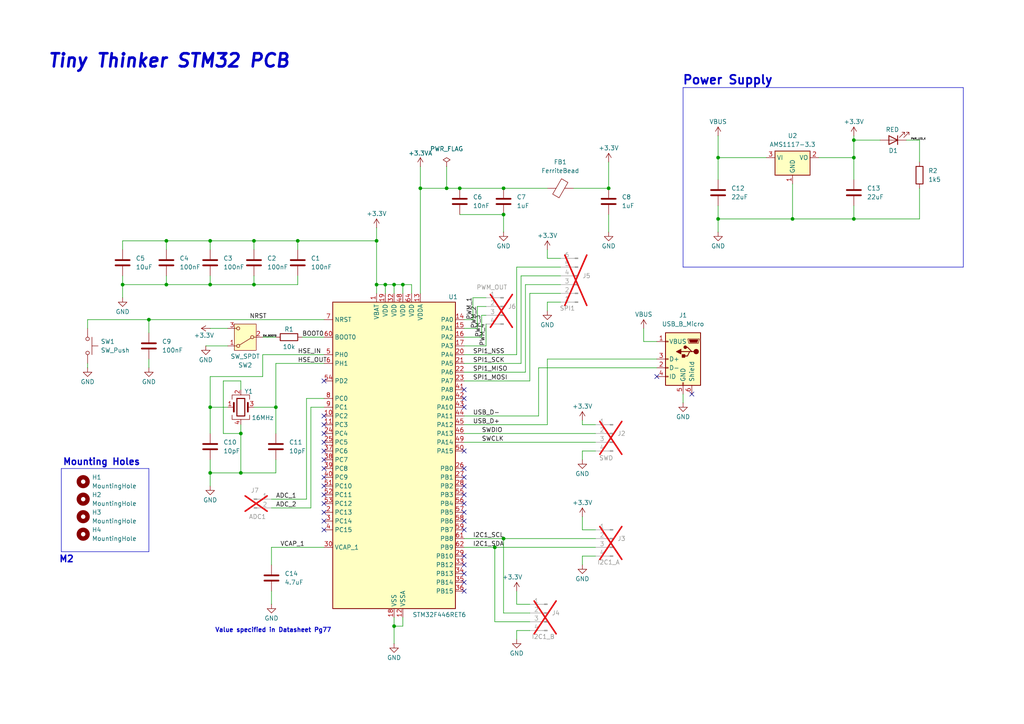
<source format=kicad_sch>
(kicad_sch (version 20250114) (generator "eeschema") (generator_version "9.0")
  (paper "A4")
  (title_block (title "Tiny Thinker") (date "2025-09-05") (rev "0.1") (company "Polar Robotics"))
  (lib_symbols
    (symbol "Connector:Conn_01x02_Pin" (pin_names (offset 1.016) (hide yes))
      (property "Reference" "J" (at 0 2.54 0))
      (property "Value" "Conn_01x02_Pin" (at 0 -5.08 0))
      (symbol "Conn_01x02_Pin_1_1"
        (rectangle (start 0.8636 0.127) (end 0 -0.127) (stroke (width 0.1524)) (fill (type outline)))
        (rectangle (start 0.8636 -2.413) (end 0 -2.667) (stroke (width 0.1524)) (fill (type outline)))
        (polyline (pts (xy 1.27 0) (xy 0.8636 0)) (stroke (width 0.1524)))
        (polyline (pts (xy 1.27 -2.54) (xy 0.8636 -2.54)) (stroke (width 0.1524)))
        (pin passive line (at 5.08 0 180) (length 3.81) (name "Pin_1") (number "1"))
        (pin passive line (at 5.08 -2.54 180) (length 3.81) (name "Pin_2") (number "2"))
      )
    )
    (symbol "Connector:Conn_01x04_Pin" (pin_names (offset 1.016) (hide yes))
      (property "Reference" "J" (at 0 5.08 0))
      (property "Value" "Conn_01x04_Pin" (at 0 -7.62 0))
      (symbol "Conn_01x04_Pin_1_1"
        (rectangle (start 0.8636 2.667) (end 0 2.413) (stroke (width 0.1524)) (fill (type outline)))
        (rectangle (start 0.8636 0.127) (end 0 -0.127) (stroke (width 0.1524)) (fill (type outline)))
        (rectangle (start 0.8636 -2.413) (end 0 -2.667) (stroke (width 0.1524)) (fill (type outline)))
        (rectangle (start 0.8636 -4.953) (end 0 -5.207) (stroke (width 0.1524)) (fill (type outline)))
        (polyline (pts (xy 1.27 2.54) (xy 0.8636 2.54)) (stroke (width 0.1524)))
        (polyline (pts (xy 1.27 0) (xy 0.8636 0)) (stroke (width 0.1524)))
        (polyline (pts (xy 1.27 -2.54) (xy 0.8636 -2.54)) (stroke (width 0.1524)))
        (polyline (pts (xy 1.27 -5.08) (xy 0.8636 -5.08)) (stroke (width 0.1524)))
        (pin passive line (at 5.08 2.54 180) (length 3.81) (name "Pin_1") (number "1"))
        (pin passive line (at 5.08 0 180) (length 3.81) (name "Pin_2") (number "2"))
        (pin passive line (at 5.08 -2.54 180) (length 3.81) (name "Pin_3") (number "3"))
        (pin passive line (at 5.08 -5.08 180) (length 3.81) (name "Pin_4") (number "4"))
      )
    )
    (symbol "Connector:Conn_01x06_Pin" (pin_names (offset 1.016) (hide yes))
      (property "Reference" "J" (at 0 7.62 0))
      (property "Value" "Conn_01x06_Pin" (at 0 -10.16 0))
      (symbol "Conn_01x06_Pin_1_1"
        (rectangle (start 0.8636 5.207) (end 0 4.953) (stroke (width 0.1524)) (fill (type outline)))
        (rectangle (start 0.8636 2.667) (end 0 2.413) (stroke (width 0.1524)) (fill (type outline)))
        (rectangle (start 0.8636 0.127) (end 0 -0.127) (stroke (width 0.1524)) (fill (type outline)))
        (rectangle (start 0.8636 -2.413) (end 0 -2.667) (stroke (width 0.1524)) (fill (type outline)))
        (rectangle (start 0.8636 -4.953) (end 0 -5.207) (stroke (width 0.1524)) (fill (type outline)))
        (rectangle (start 0.8636 -7.493) (end 0 -7.747) (stroke (width 0.1524)) (fill (type outline)))
        (polyline (pts (xy 1.27 5.08) (xy 0.8636 5.08)) (stroke (width 0.1524)))
        (polyline (pts (xy 1.27 2.54) (xy 0.8636 2.54)) (stroke (width 0.1524)))
        (polyline (pts (xy 1.27 0) (xy 0.8636 0)) (stroke (width 0.1524)))
        (polyline (pts (xy 1.27 -2.54) (xy 0.8636 -2.54)) (stroke (width 0.1524)))
        (polyline (pts (xy 1.27 -5.08) (xy 0.8636 -5.08)) (stroke (width 0.1524)))
        (polyline (pts (xy 1.27 -7.62) (xy 0.8636 -7.62)) (stroke (width 0.1524)))
        (pin passive line (at 5.08 5.08 180) (length 3.81) (name "Pin_1") (number "1"))
        (pin passive line (at 5.08 2.54 180) (length 3.81) (name "Pin_2") (number "2"))
        (pin passive line (at 5.08 0 180) (length 3.81) (name "Pin_3") (number "3"))
        (pin passive line (at 5.08 -2.54 180) (length 3.81) (name "Pin_4") (number "4"))
        (pin passive line (at 5.08 -5.08 180) (length 3.81) (name "Pin_5") (number "5"))
        (pin passive line (at 5.08 -7.62 180) (length 3.81) (name "Pin_6") (number "6"))
      )
    )
    (symbol "Connector:USB_B_Micro" (pin_names (offset 1.016))
      (property "Reference" "J" (at -5.08 11.43 0))
      (property "Value" "USB_B_Micro" (at -5.08 8.89 0))
      (symbol "USB_B_Micro_0_1"
        (rectangle (start -5.08 -7.62) (end 5.08 7.62) (stroke (width 0.254)) (fill (type background)))
        (polyline (pts (xy -4.699 5.842) (xy -4.699 5.588) (xy -4.445 4.826) (xy -4.445 4.572) (xy -1.651 4.572) (xy -1.651 4.826) (xy -1.397 5.588) (xy -1.397 5.842) (xy -4.699 5.842)))
        (polyline (pts (xy -4.318 5.588) (xy -1.778 5.588) (xy -2.032 4.826) (xy -4.064 4.826) (xy -4.318 5.588)) (fill (type outline)))
        (circle (center -3.81 2.159) (radius 0.635) (stroke (width 0.254)) (fill (type outline)))
        (polyline (pts (xy -3.175 2.159) (xy -2.54 2.159) (xy -1.27 3.429) (xy -0.635 3.429)) (stroke (width 0.254)))
        (polyline (pts (xy -2.54 2.159) (xy -1.905 2.159) (xy -1.27 0.889) (xy 0 0.889)) (stroke (width 0.254)))
        (polyline (pts (xy -1.905 2.159) (xy 0.635 2.159)) (stroke (width 0.254)))
        (circle (center -0.635 3.429) (radius 0.381) (stroke (width 0.254)) (fill (type outline)))
        (rectangle (start -0.127 -7.62) (end 0.127 -6.858))
        (rectangle (start 0.254 1.27) (end -0.508 0.508) (stroke (width 0.254)) (fill (type outline)))
        (polyline (pts (xy 0.635 2.794) (xy 0.635 1.524) (xy 1.905 2.159) (xy 0.635 2.794)) (stroke (width 0.254)) (fill (type outline)))
        (rectangle (start 5.08 4.953) (end 4.318 5.207))
        (rectangle (start 5.08 -0.127) (end 4.318 0.127))
        (rectangle (start 5.08 -2.667) (end 4.318 -2.413))
        (rectangle (start 5.08 -5.207) (end 4.318 -4.953))
      )
      (symbol "USB_B_Micro_1_1"
        (pin passive line (at -2.54 -10.16 90) (length 2.54) (name "Shield") (number "6"))
        (pin power_out line (at 0 -10.16 90) (length 2.54) (name "GND") (number "5"))
        (pin power_out line (at 7.62 5.08 180) (length 2.54) (name "VBUS") (number "1"))
        (pin bidirectional line (at 7.62 0 180) (length 2.54) (name "D+") (number "3"))
        (pin bidirectional line (at 7.62 -2.54 180) (length 2.54) (name "D-") (number "2"))
        (pin passive line (at 7.62 -5.08 180) (length 2.54) (name "ID") (number "4"))
      )
    )
    (symbol "Device:C" (pin_numbers (hide yes)) (pin_names (offset 0.254))
      (property "Reference" "C" (at 0.635 2.54 0))
      (property "Value" "C" (at 0.635 -2.54 0))
      (symbol "C_0_1"
        (polyline (pts (xy -2.032 0.762) (xy 2.032 0.762)) (stroke (width 0.508)))
        (polyline (pts (xy -2.032 -0.762) (xy 2.032 -0.762)) (stroke (width 0.508)))
      )
      (symbol "C_1_1"
        (pin passive line (at 0 3.81 270) (length 2.794) (name "~") (number "1"))
        (pin passive line (at 0 -3.81 90) (length 2.794) (name "~") (number "2"))
      )
    )
    (symbol "Device:Crystal_GND24" (pin_names (offset 1.016) (hide yes))
      (property "Reference" "Y" (at 3.175 5.08 0))
      (property "Value" "Crystal_GND24" (at 3.175 3.175 0))
      (symbol "Crystal_GND24_0_1"
        (polyline (pts (xy -2.54 2.286) (xy -2.54 3.556) (xy 2.54 3.556) (xy 2.54 2.286)))
        (polyline (pts (xy -2.54 0) (xy -2.032 0)))
        (polyline (pts (xy -2.54 -2.286) (xy -2.54 -3.556) (xy 2.54 -3.556) (xy 2.54 -2.286)))
        (polyline (pts (xy -2.032 -1.27) (xy -2.032 1.27)) (stroke (width 0.508)))
        (rectangle (start -1.143 2.54) (end 1.143 -2.54) (stroke (width 0.3048)))
        (polyline (pts (xy 0 3.556) (xy 0 3.81)))
        (polyline (pts (xy 0 -3.81) (xy 0 -3.556)))
        (polyline (pts (xy 2.032 0) (xy 2.54 0)))
        (polyline (pts (xy 2.032 -1.27) (xy 2.032 1.27)) (stroke (width 0.508)))
      )
      (symbol "Crystal_GND24_1_1"
        (pin passive line (at -3.81 0 0) (length 1.27) (name "1") (number "1"))
        (pin passive line (at 0 5.08 270) (length 1.27) (name "2") (number "2"))
        (pin passive line (at 0 -5.08 90) (length 1.27) (name "4") (number "4"))
        (pin passive line (at 3.81 0 180) (length 1.27) (name "3") (number "3"))
      )
    )
    (symbol "Device:FerriteBead" (pin_numbers (hide yes)) (pin_names (offset 0))
      (property "Reference" "FB" (at -3.81 0.635 90))
      (property "Value" "FerriteBead" (at 3.81 0 90))
      (symbol "FerriteBead_0_1"
        (polyline (pts (xy -2.7686 0.4064) (xy -1.7018 2.2606) (xy 2.7686 -0.3048) (xy 1.6764 -2.159) (xy -2.7686 0.4064)))
        (polyline (pts (xy 0 1.27) (xy 0 1.2954)))
        (polyline (pts (xy 0 -1.27) (xy 0 -1.2192)))
      )
      (symbol "FerriteBead_1_1"
        (pin passive line (at 0 3.81 270) (length 2.54) (name "~") (number "1"))
        (pin passive line (at 0 -3.81 90) (length 2.54) (name "~") (number "2"))
      )
    )
    (symbol "Device:LED" (pin_numbers (hide yes)) (pin_names (offset 1.016) (hide yes))
      (property "Reference" "D" (at 0 2.54 0))
      (property "Value" "LED" (at 0 -2.54 0))
      (symbol "LED_0_1"
        (polyline (pts (xy -3.048 -0.762) (xy -4.572 -2.286) (xy -3.81 -2.286) (xy -4.572 -2.286) (xy -4.572 -1.524)))
        (polyline (pts (xy -1.778 -0.762) (xy -3.302 -2.286) (xy -2.54 -2.286) (xy -3.302 -2.286) (xy -3.302 -1.524)))
        (polyline (pts (xy -1.27 0) (xy 1.27 0)))
        (polyline (pts (xy -1.27 -1.27) (xy -1.27 1.27)) (stroke (width 0.254)))
        (polyline (pts (xy 1.27 -1.27) (xy 1.27 1.27) (xy -1.27 0) (xy 1.27 -1.27)) (stroke (width 0.254)))
      )
      (symbol "LED_1_1"
        (pin passive line (at -3.81 0 0) (length 2.54) (name "K") (number "1"))
        (pin passive line (at 3.81 0 180) (length 2.54) (name "A") (number "2"))
      )
    )
    (symbol "Device:R" (pin_numbers (hide yes)) (pin_names (offset 0))
      (property "Reference" "R" (at 2.032 0 90))
      (property "Value" "R" (at 0 0 90))
      (symbol "R_0_1"
        (rectangle (start -1.016 -2.54) (end 1.016 2.54) (stroke (width 0.254)))
      )
      (symbol "R_1_1"
        (pin passive line (at 0 3.81 270) (length 1.27) (name "~") (number "1"))
        (pin passive line (at 0 -3.81 90) (length 1.27) (name "~") (number "2"))
      )
    )
    (symbol "MCU_ST_STM32F4:STM32F446RETx"
      (property "Reference" "U" (at -17.78 46.99 0))
      (property "Value" "STM32F446RETx" (at 10.16 46.99 0))
      (symbol "STM32F446RETx_0_1"
        (rectangle (start -17.78 -43.18) (end 17.78 45.72) (stroke (width 0.254)) (fill (type background)))
      )
      (symbol "STM32F446RETx_1_1"
        (pin input line (at -20.32 40.64 0) (length 2.54) (name "NRST") (number "7"))
        (pin input line (at -20.32 35.56 0) (length 2.54) (name "BOOT0") (number "60"))
        (pin bidirectional line (at -20.32 30.48 0) (length 2.54) (name "PH0") (number "5"))
        (pin bidirectional line (at -20.32 27.94 0) (length 2.54) (name "PH1") (number "6"))
        (pin bidirectional line (at -20.32 22.86 0) (length 2.54) (name "PD2") (number "54"))
        (pin bidirectional line (at -20.32 17.78 0) (length 2.54) (name "PC0") (number "8"))
        (pin bidirectional line (at -20.32 15.24 0) (length 2.54) (name "PC1") (number "9"))
        (pin bidirectional line (at -20.32 12.7 0) (length 2.54) (name "PC2") (number "10"))
        (pin bidirectional line (at -20.32 10.16 0) (length 2.54) (name "PC3") (number "11"))
        (pin bidirectional line (at -20.32 7.62 0) (length 2.54) (name "PC4") (number "24"))
        (pin bidirectional line (at -20.32 5.08 0) (length 2.54) (name "PC5") (number "25"))
        (pin bidirectional line (at -20.32 2.54 0) (length 2.54) (name "PC6") (number "37"))
        (pin bidirectional line (at -20.32 0 0) (length 2.54) (name "PC7") (number "38"))
        (pin bidirectional line (at -20.32 -2.54 0) (length 2.54) (name "PC8") (number "39"))
        (pin bidirectional line (at -20.32 -5.08 0) (length 2.54) (name "PC9") (number "40"))
        (pin bidirectional line (at -20.32 -7.62 0) (length 2.54) (name "PC10") (number "51"))
        (pin bidirectional line (at -20.32 -10.16 0) (length 2.54) (name "PC11") (number "52"))
        (pin bidirectional line (at -20.32 -12.7 0) (length 2.54) (name "PC12") (number "53"))
        (pin bidirectional line (at -20.32 -15.24 0) (length 2.54) (name "PC13") (number "2"))
        (pin bidirectional line (at -20.32 -17.78 0) (length 2.54) (name "PC14") (number "3"))
        (pin bidirectional line (at -20.32 -20.32 0) (length 2.54) (name "PC15") (number "4"))
        (pin power_out line (at -20.32 -25.4 0) (length 2.54) (name "VCAP_1") (number "30"))
        (pin power_in line (at -5.08 48.26 270) (length 2.54) (name "VBAT") (number "1"))
        (pin power_in line (at -2.54 48.26 270) (length 2.54) (name "VDD") (number "19"))
        (pin power_in line (at 0 48.26 270) (length 2.54) (name "VDD") (number "32"))
        (pin power_in line (at 0 -45.72 90) (length 2.54) (name "VSS") (number "18"))
        (pin passive line (at 0 -45.72 90) (length 2.54) (hide yes) (name "VSS") (number "31"))
        (pin passive line (at 0 -45.72 90) (length 2.54) (hide yes) (name "VSS") (number "47"))
        (pin passive line (at 0 -45.72 90) (length 2.54) (hide yes) (name "VSS") (number "63"))
        (pin power_in line (at 2.54 48.26 270) (length 2.54) (name "VDD") (number "48"))
        (pin power_in line (at 2.54 -45.72 90) (length 2.54) (name "VSSA") (number "12"))
        (pin power_in line (at 5.08 48.26 270) (length 2.54) (name "VDD") (number "64"))
        (pin power_in line (at 7.62 48.26 270) (length 2.54) (name "VDDA") (number "13"))
        (pin bidirectional line (at 20.32 40.64 180) (length 2.54) (name "PA0") (number "14"))
        (pin bidirectional line (at 20.32 38.1 180) (length 2.54) (name "PA1") (number "15"))
        (pin bidirectional line (at 20.32 35.56 180) (length 2.54) (name "PA2") (number "16"))
        (pin bidirectional line (at 20.32 33.02 180) (length 2.54) (name "PA3") (number "17"))
        (pin bidirectional line (at 20.32 30.48 180) (length 2.54) (name "PA4") (number "20"))
        (pin bidirectional line (at 20.32 27.94 180) (length 2.54) (name "PA5") (number "21"))
        (pin bidirectional line (at 20.32 25.4 180) (length 2.54) (name "PA6") (number "22"))
        (pin bidirectional line (at 20.32 22.86 180) (length 2.54) (name "PA7") (number "23"))
        (pin bidirectional line (at 20.32 20.32 180) (length 2.54) (name "PA8") (number "41"))
        (pin bidirectional line (at 20.32 17.78 180) (length 2.54) (name "PA9") (number "42"))
        (pin bidirectional line (at 20.32 15.24 180) (length 2.54) (name "PA10") (number "43"))
        (pin bidirectional line (at 20.32 12.7 180) (length 2.54) (name "PA11") (number "44"))
        (pin bidirectional line (at 20.32 10.16 180) (length 2.54) (name "PA12") (number "45"))
        (pin bidirectional line (at 20.32 7.62 180) (length 2.54) (name "PA13") (number "46"))
        (pin bidirectional line (at 20.32 5.08 180) (length 2.54) (name "PA14") (number "49"))
        (pin bidirectional line (at 20.32 2.54 180) (length 2.54) (name "PA15") (number "50"))
        (pin bidirectional line (at 20.32 -2.54 180) (length 2.54) (name "PB0") (number "26"))
        (pin bidirectional line (at 20.32 -5.08 180) (length 2.54) (name "PB1") (number "27"))
        (pin bidirectional line (at 20.32 -7.62 180) (length 2.54) (name "PB2") (number "28"))
        (pin bidirectional line (at 20.32 -10.16 180) (length 2.54) (name "PB3") (number "55"))
        (pin bidirectional line (at 20.32 -12.7 180) (length 2.54) (name "PB4") (number "56"))
        (pin bidirectional line (at 20.32 -15.24 180) (length 2.54) (name "PB5") (number "57"))
        (pin bidirectional line (at 20.32 -17.78 180) (length 2.54) (name "PB6") (number "58"))
        (pin bidirectional line (at 20.32 -20.32 180) (length 2.54) (name "PB7") (number "59"))
        (pin bidirectional line (at 20.32 -22.86 180) (length 2.54) (name "PB8") (number "61"))
        (pin bidirectional line (at 20.32 -25.4 180) (length 2.54) (name "PB9") (number "62"))
        (pin bidirectional line (at 20.32 -27.94 180) (length 2.54) (name "PB10") (number "29"))
        (pin bidirectional line (at 20.32 -30.48 180) (length 2.54) (name "PB12") (number "33"))
        (pin bidirectional line (at 20.32 -33.02 180) (length 2.54) (name "PB13") (number "34"))
        (pin bidirectional line (at 20.32 -35.56 180) (length 2.54) (name "PB14") (number "35"))
        (pin bidirectional line (at 20.32 -38.1 180) (length 2.54) (name "PB15") (number "36"))
      )
    )
    (symbol "Mechanical:MountingHole" (pin_names (offset 1.016)) (in_bom no)
      (property "Reference" "H" (at 0 5.08 0))
      (property "Value" "MountingHole" (at 0 3.175 0))
      (symbol "MountingHole_0_1"
        (circle (center 0 0) (radius 1.27) (stroke (width 1.27)))
      )
    )
    (symbol "Regulator_Linear:AMS1117-3.3"
      (property "Reference" "U" (at -3.81 3.175 0))
      (property "Value" "AMS1117-3.3" (at 0 3.175 0))
      (symbol "AMS1117-3.3_0_1"
        (rectangle (start -5.08 -5.08) (end 5.08 1.905) (stroke (width 0.254)) (fill (type background)))
      )
      (symbol "AMS1117-3.3_1_1"
        (pin power_in line (at -7.62 0 0) (length 2.54) (name "VI") (number "3"))
        (pin power_in line (at 0 -7.62 90) (length 2.54) (name "GND") (number "1"))
        (pin power_out line (at 7.62 0 180) (length 2.54) (name "VO") (number "2"))
      )
    )
    (symbol "Switch:SW_Push" (pin_numbers (hide yes)) (pin_names (offset 1.016) (hide yes))
      (property "Reference" "SW" (at 1.27 2.54 0))
      (property "Value" "SW_Push" (at 0 -1.524 0))
      (symbol "SW_Push_0_1"
        (circle (center -2.032 0) (radius 0.508))
        (polyline (pts (xy 0 1.27) (xy 0 3.048)))
        (circle (center 2.032 0) (radius 0.508))
        (polyline (pts (xy 2.54 1.27) (xy -2.54 1.27)))
        (pin passive line (at -5.08 0 0) (length 2.54) (name "1") (number "1"))
        (pin passive line (at 5.08 0 180) (length 2.54) (name "2") (number "2"))
      )
    )
    (symbol "Switch:SW_SPDT" (pin_names (offset 0) (hide yes))
      (property "Reference" "SW" (at 0 5.08 0))
      (property "Value" "SW_SPDT" (at 0 -5.08 0))
      (symbol "SW_SPDT_0_1"
        (circle (center -2.032 0) (radius 0.4572))
        (polyline (pts (xy -1.651 0.254) (xy 1.651 2.286)))
        (circle (center 2.032 2.54) (radius 0.4572))
        (circle (center 2.032 -2.54) (radius 0.4572))
      )
      (symbol "SW_SPDT_1_1"
        (rectangle (start -3.175 3.81) (end 3.175 -3.81) (fill (type background)))
        (pin passive line (at -5.08 0 0) (length 2.54) (name "B") (number "2"))
        (pin passive line (at 5.08 2.54 180) (length 2.54) (name "A") (number "1"))
        (pin passive line (at 5.08 -2.54 180) (length 2.54) (name "C") (number "3"))
      )
    )
    (symbol "power:+3.3V" (power) (pin_numbers (hide yes)) (pin_names (offset 0) (hide yes))
      (property "Value" "+3.3V" (at 0 3.556 0))
      (symbol "+3.3V_0_1"
        (polyline (pts (xy -0.762 1.27) (xy 0 2.54)))
        (polyline (pts (xy 0 2.54) (xy 0.762 1.27)))
        (polyline (pts (xy 0 0) (xy 0 2.54)))
      )
      (symbol "+3.3V_1_1"
        (pin power_in line (at 0 0 90) (length 0) (name "~") (number "1"))
      )
    )
    (symbol "power:+3.3VA" (power) (pin_numbers (hide yes)) (pin_names (offset 0) (hide yes))
      (property "Value" "+3.3VA" (at 0 3.556 0))
      (symbol "+3.3VA_0_1"
        (polyline (pts (xy -0.762 1.27) (xy 0 2.54)))
        (polyline (pts (xy 0 2.54) (xy 0.762 1.27)))
        (polyline (pts (xy 0 0) (xy 0 2.54)))
      )
      (symbol "+3.3VA_1_1"
        (pin power_in line (at 0 0 90) (length 0) (name "~") (number "1"))
      )
    )
    (symbol "power:GND" (power) (pin_numbers (hide yes)) (pin_names (offset 0) (hide yes))
      (property "Value" "GND" (at 0 -3.81 0))
      (symbol "GND_0_1"
        (polyline (pts (xy 0 0) (xy 0 -1.27) (xy 1.27 -1.27) (xy 0 -2.54) (xy -1.27 -1.27) (xy 0 -1.27)))
      )
      (symbol "GND_1_1"
        (pin power_in line (at 0 0 270) (length 0) (name "~") (number "1"))
      )
    )
    (symbol "power:PWR_FLAG" (power) (pin_numbers (hide yes)) (pin_names (offset 0) (hide yes))
      (property "Value" "PWR_FLAG" (at 0 3.81 0))
      (symbol "PWR_FLAG_0_0"
        (pin power_out line (at 0 0 90) (length 0) (name "~") (number "1"))
      )
      (symbol "PWR_FLAG_0_1"
        (polyline (pts (xy 0 0) (xy 0 1.27) (xy -1.016 1.905) (xy 0 2.54) (xy 1.016 1.905) (xy 0 1.27)))
      )
    )
    (symbol "power:VBUS" (power) (pin_numbers (hide yes)) (pin_names (offset 0) (hide yes))
      (property "Value" "VBUS" (at 0 3.556 0))
      (symbol "VBUS_0_1"
        (polyline (pts (xy -0.762 1.27) (xy 0 2.54)))
        (polyline (pts (xy 0 2.54) (xy 0.762 1.27)))
        (polyline (pts (xy 0 0) (xy 0 2.54)))
      )
      (symbol "VBUS_1_1"
        (pin power_in line (at 0 0 90) (length 0) (name "~") (number "1"))
      )
    )
  )
  (text "Tiny Thinker STM32 PCB\n" (at 49.022 17.78 0) (effects (font (size 3.81 3.81) (thickness 0.762) (bold yes) (italic yes))))
  (text "Mounting Holes" (at 29.464 134.112 0) (effects (font (size 1.905 1.905) (thickness 0.381) (bold yes))))
  (text "Value specified in Datasheet Pg77\n" (at 79.248 182.88 0) (effects (font (size 1.27 1.27) (thickness 0.254) (bold yes))))
  (text "M2" (at 19.304 162.306 0) (effects (font (size 1.905 1.905) (thickness 0.381) (bold yes))))
  (text "Power Supply\n" (at 211.074 23.368 0) (effects (font (size 2.54 2.54) (thickness 0.508) (bold yes))))
  (junction (at 116.84 82.55))
  (junction (at 48.26 69.85))
  (junction (at 111.76 82.55))
  (junction (at 129.54 54.61))
  (junction (at 133.35 54.61))
  (junction (at 121.92 54.61))
  (junction (at 43.18 92.71))
  (junction (at 109.22 82.55))
  (junction (at 247.65 45.72))
  (junction (at 143.51 158.75))
  (junction (at 69.85 125.73))
  (junction (at 60.96 69.85))
  (junction (at 86.36 69.85))
  (junction (at 73.66 69.85))
  (junction (at 60.96 137.16))
  (junction (at 80.01 118.11))
  (junction (at 60.96 118.11))
  (junction (at 208.28 63.5))
  (junction (at 146.05 54.61))
  (junction (at 146.05 62.23))
  (junction (at 35.56 82.55))
  (junction (at 114.3 181.61))
  (junction (at 73.66 82.55))
  (junction (at 60.96 82.55))
  (junction (at 229.87 63.5))
  (junction (at 247.65 63.5))
  (junction (at 146.05 156.21))
  (junction (at 109.22 69.85))
  (junction (at 247.65 40.64))
  (junction (at 208.28 45.72))
  (junction (at 114.3 82.55))
  (junction (at 176.53 54.61))
  (junction (at 48.26 82.55))
  (junction (at 69.85 137.16))
  (no_connect (at 93.98 120.65))
  (no_connect (at 200.66 114.3))
  (no_connect (at 134.62 140.97))
  (no_connect (at 134.62 166.37))
  (no_connect (at 134.62 115.57))
  (no_connect (at 93.98 128.27))
  (no_connect (at 93.98 148.59))
  (no_connect (at 93.98 133.35))
  (no_connect (at 134.62 153.67))
  (no_connect (at 134.62 146.05))
  (no_connect (at 93.98 125.73))
  (no_connect (at 134.62 130.81))
  (no_connect (at 93.98 151.13))
  (no_connect (at 134.62 168.91))
  (no_connect (at 134.62 135.89))
  (no_connect (at 134.62 151.13))
  (no_connect (at 134.62 118.11))
  (no_connect (at 134.62 138.43))
  (no_connect (at 93.98 138.43))
  (no_connect (at 93.98 143.51))
  (no_connect (at 93.98 135.89))
  (no_connect (at 190.5 109.22))
  (no_connect (at 93.98 153.67))
  (no_connect (at 93.98 146.05))
  (no_connect (at 134.62 143.51))
  (no_connect (at 93.98 110.49))
  (no_connect (at 134.62 171.45))
  (no_connect (at 134.62 161.29))
  (no_connect (at 134.62 113.03))
  (no_connect (at 93.98 123.19))
  (no_connect (at 93.98 130.81))
  (no_connect (at 134.62 163.83))
  (no_connect (at 134.62 148.59))
  (no_connect (at 93.98 140.97))
  (wire (pts (xy 60.96 69.85) (xy 60.96 72.39)))
  (wire (pts (xy 156.21 106.68) (xy 156.21 120.65)))
  (wire (pts (xy 151.13 105.41) (xy 151.13 80.01)))
  (wire (pts (xy 114.3 179.07) (xy 114.3 181.61)))
  (wire (pts (xy 111.76 82.55) (xy 114.3 82.55)))
  (wire (pts (xy 168.91 121.92) (xy 168.91 123.19)))
  (wire (pts (xy 168.91 153.67) (xy 172.72 153.67)))
  (wire (pts (xy 43.18 92.71) (xy 93.98 92.71)))
  (wire (pts (xy 69.85 125.73) (xy 69.85 137.16)))
  (wire (pts (xy 76.2 102.87) (xy 76.2 109.22)))
  (wire (pts (xy 146.05 62.23) (xy 146.05 67.31)))
  (wire (pts (xy 190.5 104.14) (xy 158.75 104.14)))
  (wire (pts (xy 69.85 113.03) (xy 69.85 110.49)))
  (wire (pts (xy 151.13 80.01) (xy 162.56 80.01)))
  (wire (pts (xy 60.96 82.55) (xy 48.26 82.55)))
  (wire (pts (xy 116.84 179.07) (xy 116.84 181.61)))
  (wire (pts (xy 134.62 123.19) (xy 158.75 123.19)))
  (wire (pts (xy 116.84 82.55) (xy 119.38 82.55)))
  (wire (pts (xy 80.01 133.35) (xy 80.01 137.16)))
  (wire (pts (xy 60.96 69.85) (xy 73.66 69.85)))
  (wire (pts (xy 60.96 118.11) (xy 66.04 118.11)))
  (wire (pts (xy 59.69 100.33) (xy 66.04 100.33)))
  (wire (pts (xy 60.96 95.25) (xy 66.04 95.25)))
  (wire (pts (xy 266.7 54.61) (xy 266.7 63.5)))
  (wire (pts (xy 247.65 40.64) (xy 247.65 45.72)))
  (wire (pts (xy 134.62 107.95) (xy 152.4 107.95)))
  (wire (pts (xy 158.75 72.39) (xy 158.75 74.93)))
  (wire (pts (xy 73.66 80.01) (xy 73.66 82.55)))
  (wire (pts (xy 109.22 82.55) (xy 109.22 85.09)))
  (wire (pts (xy 129.54 48.26) (xy 129.54 54.61)))
  (wire (pts (xy 262.89 40.64) (xy 266.7 40.64)))
  (wire (pts (xy 73.66 69.85) (xy 73.66 72.39)))
  (wire (pts (xy 116.84 82.55) (xy 116.84 85.09)))
  (wire (pts (xy 109.22 69.85) (xy 109.22 82.55)))
  (wire (pts (xy 134.62 158.75) (xy 143.51 158.75)))
  (wire (pts (xy 133.35 54.61) (xy 146.05 54.61)))
  (wire (pts (xy 35.56 69.85) (xy 48.26 69.85)))
  (wire (pts (xy 88.9 115.57) (xy 93.98 115.57)))
  (wire (pts (xy 76.2 102.87) (xy 93.98 102.87)))
  (wire (pts (xy 76.2 109.22) (xy 60.96 109.22)))
  (wire (pts (xy 25.4 105.41) (xy 25.4 106.68)))
  (wire (pts (xy 247.65 39.37) (xy 247.65 40.64)))
  (wire (pts (xy 156.21 106.68) (xy 190.5 106.68)))
  (wire (pts (xy 64.77 125.73) (xy 69.85 125.73)))
  (wire (pts (xy 80.01 105.41) (xy 93.98 105.41)))
  (wire (pts (xy 134.62 100.33) (xy 140.97 100.33)))
  (wire (pts (xy 60.96 137.16) (xy 69.85 137.16)))
  (wire (pts (xy 121.92 48.26) (xy 121.92 54.61)))
  (wire (pts (xy 129.54 54.61) (xy 133.35 54.61)))
  (polyline (pts (xy 17.78 135.89) (xy 43.18 135.89)))
  (wire (pts (xy 80.01 118.11) (xy 80.01 125.73)))
  (wire (pts (xy 168.91 123.19) (xy 172.72 123.19)))
  (wire (pts (xy 158.75 104.14) (xy 158.75 123.19)))
  (wire (pts (xy 247.65 40.64) (xy 255.27 40.64)))
  (wire (pts (xy 116.84 181.61) (xy 114.3 181.61)))
  (wire (pts (xy 73.66 82.55) (xy 60.96 82.55)))
  (wire (pts (xy 134.62 102.87) (xy 149.86 102.87)))
  (wire (pts (xy 111.76 82.55) (xy 111.76 85.09)))
  (wire (pts (xy 48.26 69.85) (xy 48.26 72.39)))
  (wire (pts (xy 60.96 109.22) (xy 60.96 118.11)))
  (wire (pts (xy 176.53 62.23) (xy 176.53 67.31)))
  (wire (pts (xy 60.96 133.35) (xy 60.96 137.16)))
  (wire (pts (xy 162.56 87.63) (xy 158.75 87.63)))
  (wire (pts (xy 86.36 69.85) (xy 109.22 69.85)))
  (wire (pts (xy 114.3 82.55) (xy 116.84 82.55)))
  (wire (pts (xy 43.18 92.71) (xy 25.4 92.71)))
  (wire (pts (xy 25.4 92.71) (xy 25.4 95.25)))
  (wire (pts (xy 172.72 161.29) (xy 168.91 161.29)))
  (wire (pts (xy 168.91 130.81) (xy 172.72 130.81)))
  (wire (pts (xy 114.3 82.55) (xy 114.3 85.09)))
  (wire (pts (xy 134.62 156.21) (xy 146.05 156.21)))
  (polyline (pts (xy 43.18 160.02) (xy 43.18 135.89)))
  (wire (pts (xy 149.86 77.47) (xy 162.56 77.47)))
  (wire (pts (xy 90.17 147.32) (xy 78.74 147.32)))
  (wire (pts (xy 149.86 175.26) (xy 153.67 175.26)))
  (polyline (pts (xy 279.4 77.47) (xy 279.4 25.4)))
  (wire (pts (xy 121.92 54.61) (xy 129.54 54.61)))
  (wire (pts (xy 229.87 63.5) (xy 208.28 63.5)))
  (polyline (pts (xy 198.12 25.4) (xy 279.4 25.4)))
  (wire (pts (xy 139.7 97.79) (xy 139.7 91.44)))
  (wire (pts (xy 168.91 133.35) (xy 168.91 130.81)))
  (wire (pts (xy 134.62 97.79) (xy 139.7 97.79)))
  (wire (pts (xy 86.36 72.39) (xy 86.36 69.85)))
  (wire (pts (xy 60.96 80.01) (xy 60.96 82.55)))
  (wire (pts (xy 69.85 110.49) (xy 64.77 110.49)))
  (wire (pts (xy 73.66 69.85) (xy 86.36 69.85)))
  (wire (pts (xy 64.77 110.49) (xy 64.77 125.73)))
  (wire (pts (xy 266.7 40.64) (xy 266.7 46.99)))
  (wire (pts (xy 247.65 45.72) (xy 247.65 52.07)))
  (wire (pts (xy 69.85 137.16) (xy 80.01 137.16)))
  (wire (pts (xy 146.05 54.61) (xy 158.75 54.61)))
  (wire (pts (xy 78.74 171.45) (xy 78.74 175.26)))
  (wire (pts (xy 152.4 82.55) (xy 162.56 82.55)))
  (wire (pts (xy 78.74 158.75) (xy 78.74 163.83)))
  (wire (pts (xy 80.01 105.41) (xy 80.01 118.11)))
  (wire (pts (xy 266.7 63.5) (xy 247.65 63.5)))
  (wire (pts (xy 146.05 177.8) (xy 146.05 156.21)))
  (wire (pts (xy 43.18 92.71) (xy 43.18 96.52)))
  (wire (pts (xy 87.63 97.79) (xy 93.98 97.79)))
  (wire (pts (xy 138.43 95.25) (xy 138.43 88.9)))
  (wire (pts (xy 198.12 114.3) (xy 198.12 116.84)))
  (wire (pts (xy 73.66 118.11) (xy 80.01 118.11)))
  (wire (pts (xy 76.2 97.79) (xy 80.01 97.79)))
  (wire (pts (xy 153.67 177.8) (xy 146.05 177.8)))
  (wire (pts (xy 208.28 39.37) (xy 208.28 45.72)))
  (wire (pts (xy 93.98 118.11) (xy 90.17 118.11)))
  (wire (pts (xy 140.97 100.33) (xy 140.97 93.98)))
  (wire (pts (xy 48.26 80.01) (xy 48.26 82.55)))
  (wire (pts (xy 156.21 120.65) (xy 134.62 120.65)))
  (polyline (pts (xy 17.78 135.89) (xy 17.78 160.02)))
  (wire (pts (xy 237.49 45.72) (xy 247.65 45.72)))
  (wire (pts (xy 137.16 92.71) (xy 137.16 86.36)))
  (wire (pts (xy 134.62 110.49) (xy 153.67 110.49)))
  (wire (pts (xy 121.92 54.61) (xy 121.92 85.09)))
  (wire (pts (xy 153.67 85.09) (xy 162.56 85.09)))
  (wire (pts (xy 88.9 144.78) (xy 88.9 115.57)))
  (wire (pts (xy 133.35 62.23) (xy 146.05 62.23)))
  (wire (pts (xy 208.28 59.69) (xy 208.28 63.5)))
  (wire (pts (xy 208.28 63.5) (xy 208.28 67.31)))
  (wire (pts (xy 48.26 69.85) (xy 60.96 69.85)))
  (wire (pts (xy 149.86 102.87) (xy 149.86 77.47)))
  (wire (pts (xy 43.18 104.14) (xy 43.18 106.68)))
  (wire (pts (xy 149.86 171.45) (xy 149.86 175.26)))
  (polyline (pts (xy 17.78 160.02) (xy 43.18 160.02)))
  (wire (pts (xy 35.56 72.39) (xy 35.56 69.85)))
  (wire (pts (xy 152.4 107.95) (xy 152.4 82.55)))
  (wire (pts (xy 186.69 99.06) (xy 190.5 99.06)))
  (wire (pts (xy 138.43 88.9) (xy 140.97 88.9)))
  (wire (pts (xy 186.69 95.25) (xy 186.69 99.06)))
  (wire (pts (xy 153.67 180.34) (xy 143.51 180.34)))
  (wire (pts (xy 143.51 180.34) (xy 143.51 158.75)))
  (wire (pts (xy 158.75 74.93) (xy 162.56 74.93)))
  (wire (pts (xy 208.28 45.72) (xy 208.28 52.07)))
  (wire (pts (xy 149.86 182.88) (xy 149.86 185.42)))
  (polyline (pts (xy 198.12 77.47) (xy 279.4 77.47)) (stroke (width 0) (type solid)))
  (wire (pts (xy 222.25 45.72) (xy 208.28 45.72)))
  (wire (pts (xy 114.3 181.61) (xy 114.3 186.69)))
  (wire (pts (xy 60.96 137.16) (xy 60.96 140.97)))
  (wire (pts (xy 78.74 144.78) (xy 88.9 144.78)))
  (wire (pts (xy 168.91 149.86) (xy 168.91 153.67)))
  (wire (pts (xy 176.53 46.99) (xy 176.53 54.61)))
  (wire (pts (xy 146.05 156.21) (xy 172.72 156.21)))
  (wire (pts (xy 86.36 80.01) (xy 86.36 82.55)))
  (wire (pts (xy 90.17 118.11) (xy 90.17 147.32)))
  (wire (pts (xy 139.7 91.44) (xy 140.97 91.44)))
  (wire (pts (xy 247.65 59.69) (xy 247.65 63.5)))
  (wire (pts (xy 166.37 54.61) (xy 176.53 54.61)))
  (wire (pts (xy 134.62 92.71) (xy 137.16 92.71)))
  (wire (pts (xy 35.56 80.01) (xy 35.56 82.55)))
  (wire (pts (xy 109.22 66.04) (xy 109.22 69.85)))
  (wire (pts (xy 229.87 53.34) (xy 229.87 63.5)))
  (wire (pts (xy 86.36 82.55) (xy 73.66 82.55)))
  (wire (pts (xy 134.62 128.27) (xy 172.72 128.27)))
  (wire (pts (xy 168.91 161.29) (xy 168.91 163.83)))
  (wire (pts (xy 143.51 158.75) (xy 172.72 158.75)))
  (wire (pts (xy 247.65 63.5) (xy 229.87 63.5)))
  (wire (pts (xy 119.38 82.55) (xy 119.38 85.09)))
  (wire (pts (xy 158.75 87.63) (xy 158.75 90.17)))
  (wire (pts (xy 137.16 86.36) (xy 140.97 86.36)))
  (wire (pts (xy 35.56 82.55) (xy 35.56 86.36)))
  (wire (pts (xy 93.98 158.75) (xy 78.74 158.75)))
  (wire (pts (xy 134.62 105.41) (xy 151.13 105.41)))
  (wire (pts (xy 60.96 118.11) (xy 60.96 125.73)))
  (wire (pts (xy 153.67 110.49) (xy 153.67 85.09)))
  (wire (pts (xy 109.22 82.55) (xy 111.76 82.55)))
  (wire (pts (xy 153.67 182.88) (xy 149.86 182.88)))
  (wire (pts (xy 48.26 82.55) (xy 35.56 82.55)))
  (wire (pts (xy 134.62 95.25) (xy 138.43 95.25)))
  (polyline (pts (xy 198.12 25.4) (xy 198.12 77.47)))
  (wire (pts (xy 134.62 125.73) (xy 172.72 125.73)))
  (wire (pts (xy 69.85 125.73) (xy 69.85 123.19)))
  (label "I2C1_SDA" (at 137.16 158.75 0))
  (label "SWCLK" (at 139.7 128.27 0))
  (label "HSE_OUT" (at 86.36 105.41 0))
  (label "SPI1_MOSI" (at 137.16 110.49 0))
  (label "BOOT0" (at 87.63 97.79 0))
  (label "SW_BOOT0" (at 76.2 97.79 0) (effects (font (size 0.508 0.508))))
  (label "SPI1_NSS" (at 137.16 102.87 0))
  (label "ADC_1" (at 80.01 144.78 0))
  (label "SPI1_SCK" (at 137.16 105.41 0))
  (label "PWM_2" (at 138.43 95.25 90))
  (label "SPI1_MISO" (at 137.16 107.95 0))
  (label "PWM_3" (at 139.7 97.79 90))
  (label "USB_D-" (at 137.16 120.65 0))
  (label "HSE_IN" (at 86.36 102.87 0))
  (label "NRST" (at 72.39 92.71 0))
  (label "PWM_1" (at 137.16 92.71 90))
  (label "PWM_4" (at 140.97 100.33 90))
  (label "ADC_2" (at 80.01 147.32 0))
  (label "SWDIO" (at 139.7 125.73 0))
  (label "I2C1_SCL" (at 137.16 156.21 0))
  (label "VCAP_1" (at 81.28 158.75 0))
  (label "USB_D+" (at 137.16 123.19 0))
  (label "PWR_LED_K" (at 264.16 40.64 0) (effects (font (size 0.508 0.508))))
  (symbol (lib_id "power:GND") (at 35.56 86.36 0) (unit 1)
    (property "Reference" "#PWR03" (effects (hide yes)))
    (property "Value" "GND" (at 35.56 90.424 0))
    (property "Description" "Power symbol creates a global label with name \"GND\" , ground" (effects (hide yes)))
  )
  (symbol (lib_id "Regulator_Linear:AMS1117-3.3") (at 229.87 45.72 0) (unit 1)
    (property "Reference" "U2" (at 229.87 39.37 0))
    (property "Value" "AMS1117-3.3" (at 229.87 41.91 0))
    (property "Footprint" "Package_TO_SOT_SMD:SOT-223-3_TabPin2" (effects (hide yes)))
    (property "Datasheet" "http://www.advanced-monolithic.com/pdf/ds1117.pdf" (effects (hide yes)))
    (property "Description" "1A Low Dropout regulator, positive, 3.3V fixed output, SOT-223" (effects (hide yes)))
    (property "JLCPCB Part #" "C6186" (effects (hide yes)))
  )
  (symbol (lib_id "Device:C") (at 208.28 55.88 0) (unit 1)
    (property "Reference" "C12" (at 212.09 54.6099 0) (effects (justify left)))
    (property "Value" "22uF" (at 212.09 57.1499 0) (effects (justify left)))
    (property "Footprint" "Capacitor_SMD:C_0805_2012Metric" (effects (hide yes)))
    (property "Description" "Unpolarized capacitor" (effects (hide yes)))
    (property "JLCPCB Part #" "C5674" (effects (hide yes)))
  )
  (symbol (lib_id "Mechanical:MountingHole") (at 24.13 149.86 0) (unit 1) (in_bom no)
    (property "Reference" "H3" (at 26.67 148.5899 0) (effects (justify left)))
    (property "Value" "MountingHole" (at 26.67 151.1299 0) (effects (justify left)))
    (property "Footprint" "MountingHole:MountingHole_2.2mm_M2" (effects (hide yes)))
    (property "Description" "Mounting Hole without connection" (effects (hide yes)))
  )
  (symbol (lib_id "Mechanical:MountingHole") (at 24.13 154.94 0) (unit 1) (in_bom no)
    (property "Reference" "H4" (at 26.67 153.6699 0) (effects (justify left)))
    (property "Value" "MountingHole" (at 26.67 156.2099 0) (effects (justify left)))
    (property "Footprint" "MountingHole:MountingHole_2.2mm_M2" (effects (hide yes)))
    (property "Description" "Mounting Hole without connection" (effects (hide yes)))
  )
  (symbol (lib_id "Device:C") (at 176.53 58.42 0) (unit 1)
    (property "Reference" "C8" (at 180.34 57.1499 0) (effects (justify left)))
    (property "Value" "1uF" (at 180.34 59.6899 0) (effects (justify left)))
    (property "Footprint" "Capacitor_SMD:C_0402_1005Metric" (effects (hide yes)))
    (property "Description" "Unpolarized capacitor" (effects (hide yes)))
    (property "JLCPCB Part #" "C14445" (effects (hide yes)))
  )
  (symbol (lib_id "Connector:Conn_01x04_Pin") (at 177.8 125.73 0) (mirror y) (unit 1) (dnp yes)
    (property "Reference" "J2" (at 179.07 125.7299 0) (effects (justify right)))
    (property "Value" "SWD" (at 173.736 132.842 0) (effects (justify right)))
    (property "Footprint" "Connector_PinHeader_2.54mm:PinHeader_1x04_P2.54mm_Vertical" (effects (hide yes)))
    (property "Description" "Generic connector, single row, 01x04, script generated" (effects (hide yes)))
  )
  (symbol (lib_id "Connector:Conn_01x04_Pin") (at 177.8 156.21 0) (mirror y) (unit 1) (dnp yes)
    (property "Reference" "J3" (at 179.07 156.2099 0) (effects (justify right)))
    (property "Value" "I2C1_A" (at 173.228 163.068 0) (effects (justify right)))
    (property "Footprint" "Connector_PinHeader_2.54mm:PinHeader_1x04_P2.54mm_Vertical" (effects (hide yes)))
    (property "Description" "Generic connector, single row, 01x04, script generated" (effects (hide yes)))
  )
  (symbol (lib_id "power:GND") (at 43.18 106.68 0) (unit 1)
    (property "Reference" "#PWR08" (effects (hide yes)))
    (property "Value" "GND" (at 43.18 110.744 0))
    (property "Description" "Power symbol creates a global label with name \"GND\" , ground" (effects (hide yes)))
  )
  (symbol (lib_id "Device:C") (at 146.05 58.42 0) (unit 1)
    (property "Reference" "C7" (at 149.86 57.1499 0) (effects (justify left)))
    (property "Value" "1uF" (at 149.86 59.6899 0) (effects (justify left)))
    (property "Footprint" "Capacitor_SMD:C_0402_1005Metric" (effects (hide yes)))
    (property "Description" "Unpolarized capacitor" (effects (hide yes)))
    (property "JLCPCB Part #" "C14445" (effects (hide yes)))
  )
  (symbol (lib_id "Device:C") (at 78.74 167.64 0) (unit 1)
    (property "Reference" "C14" (at 82.55 166.3699 0) (effects (justify left)))
    (property "Value" "4.7uF" (at 82.55 168.9099 0) (effects (justify left)))
    (property "Footprint" "Capacitor_SMD:C_0402_1005Metric" (effects (hide yes)))
    (property "Description" "Unpolarized capacitor" (effects (hide yes)))
    (property "JLCPCB Part #" "C23733" (effects (hide yes)))
  )
  (symbol (lib_id "Device:C") (at 35.56 76.2 0) (unit 1)
    (property "Reference" "C5" (at 39.37 74.9299 0) (effects (justify left)))
    (property "Value" "10uF" (at 39.37 77.4699 0) (effects (justify left)))
    (property "Footprint" "Capacitor_SMD:C_0603_1608Metric" (effects (hide yes)))
    (property "Description" "Unpolarized capacitor" (effects (hide yes)))
    (property "JLCPCB Part #" "C1691" (effects (hide yes)))
  )
  (symbol (lib_id "Connector:USB_B_Micro") (at 198.12 104.14 0) (mirror y) (unit 1)
    (property "Reference" "J1" (at 198.12 91.44 0))
    (property "Value" "USB_B_Micro" (at 198.12 93.98 0))
    (property "Footprint" "Connector_USB:USB_Micro-B_Amphenol_10118194_Horizontal" (effects (hide yes)))
    (property "Description" "USB Micro Type B connector" (effects (hide yes)))
    (property "JLCPCB Part #" "C132563" (effects (hide yes)))
  )
  (symbol (lib_id "power:GND") (at 59.69 100.33 0) (unit 1)
    (property "Reference" "#PWR011" (effects (hide yes)))
    (property "Value" "GND" (at 59.69 104.394 0))
    (property "Description" "Power symbol creates a global label with name \"GND\" , ground" (effects (hide yes)))
  )
  (symbol (lib_id "power:GND") (at 146.05 67.31 0) (unit 1)
    (property "Reference" "#PWR05" (effects (hide yes)))
    (property "Value" "GND" (at 146.05 71.374 0))
    (property "Description" "Power symbol creates a global label with name \"GND\" , ground" (effects (hide yes)))
  )
  (symbol (lib_id "Device:C") (at 60.96 76.2 0) (unit 1)
    (property "Reference" "C3" (at 64.77 74.9299 0) (effects (justify left)))
    (property "Value" "100nF" (at 64.77 77.4699 0) (effects (justify left)))
    (property "Footprint" "Capacitor_SMD:C_0402_1005Metric" (effects (hide yes)))
    (property "Description" "Unpolarized capacitor" (effects (hide yes)))
    (property "JLCPCB Part #" "C1525" (effects (hide yes)))
  )
  (symbol (lib_id "power:+3.3V") (at 176.53 46.99 0) (unit 1)
    (property "Reference" "#PWR07" (effects (hide yes)))
    (property "Value" "+3.3V" (at 176.53 42.926 0))
    (property "Description" "Power symbol creates a global label with name \"+3.3V\"" (effects (hide yes)))
  )
  (symbol (lib_id "power:GND") (at 60.96 140.97 0) (unit 1)
    (property "Reference" "#PWR012" (effects (hide yes)))
    (property "Value" "GND" (at 60.96 145.034 0))
    (property "Description" "Power symbol creates a global label with name \"GND\" , ground" (effects (hide yes)))
  )
  (symbol (lib_id "power:GND") (at 176.53 67.31 0) (unit 1)
    (property "Reference" "#PWR06" (effects (hide yes)))
    (property "Value" "GND" (at 176.53 71.374 0))
    (property "Description" "Power symbol creates a global label with name \"GND\" , ground" (effects (hide yes)))
  )
  (symbol (lib_id "power:GND") (at 149.86 185.42 0) (unit 1)
    (property "Reference" "#PWR023" (effects (hide yes)))
    (property "Value" "GND" (at 149.86 189.484 0))
    (property "Description" "Power symbol creates a global label with name \"GND\" , ground" (effects (hide yes)))
  )
  (symbol (lib_id "power:+3.3V") (at 149.86 171.45 0) (unit 1)
    (property "Reference" "#PWR022" (effects (hide yes)))
    (property "Value" "+3.3V" (at 148.59 167.386 0))
    (property "Description" "Power symbol creates a global label with name \"+3.3V\"" (effects (hide yes)))
  )
  (symbol (lib_id "Device:R") (at 83.82 97.79 90) (unit 1)
    (property "Reference" "R1" (at 83.82 95.504 90))
    (property "Value" "10k" (at 83.82 100.584 90))
    (property "Footprint" "Resistor_SMD:R_0402_1005Metric" (effects (hide yes)))
    (property "Description" "Resistor" (effects (hide yes)))
    (property "JLCPCB Part #" "C25531" (effects (hide yes)))
  )
  (symbol (lib_id "Device:C") (at 133.35 58.42 0) (unit 1)
    (property "Reference" "C6" (at 137.16 57.1499 0) (effects (justify left)))
    (property "Value" "10nF" (at 137.16 59.6899 0) (effects (justify left)))
    (property "Footprint" "Capacitor_SMD:C_0402_1005Metric" (effects (hide yes)))
    (property "Description" "Unpolarized capacitor" (effects (hide yes)))
    (property "JLCPCB Part #" "C1524" (effects (hide yes)))
  )
  (symbol (lib_id "power:GND") (at 168.91 163.83 0) (unit 1)
    (property "Reference" "#PWR020" (effects (hide yes)))
    (property "Value" "GND" (at 168.91 167.894 0))
    (property "Description" "Power symbol creates a global label with name \"GND\" , ground" (effects (hide yes)))
  )
  (symbol (lib_id "Device:C") (at 43.18 100.33 0) (unit 1)
    (property "Reference" "C9" (at 46.99 99.0599 0) (effects (justify left)))
    (property "Value" "100nF" (at 46.99 101.5999 0) (effects (justify left)))
    (property "Footprint" "Capacitor_SMD:C_0402_1005Metric" (effects (hide yes)))
    (property "Description" "Unpolarized capacitor" (effects (hide yes)))
    (property "JLCPCB Part #" "C1525" (effects (hide yes)))
  )
  (symbol (lib_id "Connector:Conn_01x04_Pin") (at 146.05 88.9 0) (mirror y) (unit 1) (dnp yes)
    (property "Reference" "J6" (at 147.32 88.8999 0) (effects (justify right)))
    (property "Value" "PWM_OUT" (at 138.176 83.312 0) (effects (justify right)))
    (property "Footprint" "Connector_PinHeader_2.54mm:PinHeader_1x04_P2.54mm_Vertical" (effects (hide yes)))
    (property "Description" "Generic connector, single row, 01x04, script generated" (effects (hide yes)))
  )
  (symbol (lib_id "power:+3.3V") (at 60.96 95.25 90) (mirror x) (unit 1)
    (property "Reference" "#PWR010" (effects (hide yes)))
    (property "Value" "+3.3V" (at 59.182 97.282 90))
    (property "Description" "Power symbol creates a global label with name \"+3.3V\"" (effects (hide yes)))
  )
  (symbol (lib_id "power:VBUS") (at 186.69 95.25 0) (unit 1)
    (property "Reference" "#PWR014" (effects (hide yes)))
    (property "Value" "VBUS" (at 186.69 91.186 0))
    (property "Description" "Power symbol creates a global label with name \"VBUS\"" (effects (hide yes)))
  )
  (symbol (lib_id "Device:R") (at 266.7 50.8 0) (unit 1)
    (property "Reference" "R2" (at 269.24 49.5299 0) (effects (justify left)))
    (property "Value" "1k5" (at 269.24 52.0699 0) (effects (justify left)))
    (property "Footprint" "Resistor_SMD:R_0402_1005Metric" (effects (hide yes)))
    (property "Description" "Resistor" (effects (hide yes)))
    (property "JLCPCB Part #" "C25867" (effects (hide yes)))
  )
  (symbol (lib_id "Device:C") (at 48.26 76.2 0) (unit 1)
    (property "Reference" "C4" (at 52.07 74.9299 0) (effects (justify left)))
    (property "Value" "100nF" (at 52.07 77.4699 0) (effects (justify left)))
    (property "Footprint" "Capacitor_SMD:C_0402_1005Metric" (effects (hide yes)))
    (property "Description" "Unpolarized capacitor" (effects (hide yes)))
    (property "JLCPCB Part #" "C1525" (effects (hide yes)))
  )
  (symbol (lib_id "power:PWR_FLAG") (at 129.54 48.26 0) (unit 1)
    (property "Reference" "#FLG01" (effects (hide yes)))
    (property "Value" "PWR_FLAG" (at 129.54 43.18 0))
    (property "Description" "Special symbol for telling ERC where power comes from" (effects (hide yes)))
  )
  (symbol (lib_id "Device:C") (at 247.65 55.88 0) (unit 1)
    (property "Reference" "C13" (at 251.46 54.6099 0) (effects (justify left)))
    (property "Value" "22uF" (at 251.46 57.1499 0) (effects (justify left)))
    (property "Footprint" "Capacitor_SMD:C_0805_2012Metric" (effects (hide yes)))
    (property "Description" "Unpolarized capacitor" (effects (hide yes)))
    (property "JLCPCB Part #" "C5674" (effects (hide yes)))
  )
  (symbol (lib_id "Mechanical:MountingHole") (at 24.13 144.78 0) (unit 1) (in_bom no)
    (property "Reference" "H2" (at 26.67 143.5099 0) (effects (justify left)))
    (property "Value" "MountingHole" (at 26.67 146.0499 0) (effects (justify left)))
    (property "Footprint" "MountingHole:MountingHole_2.2mm_M2" (effects (hide yes)))
    (property "Description" "Mounting Hole without connection" (effects (hide yes)))
  )
  (symbol (lib_id "power:VBUS") (at 208.28 39.37 0) (unit 1)
    (property "Reference" "#PWR018" (effects (hide yes)))
    (property "Value" "VBUS" (at 208.28 35.306 0))
    (property "Description" "Power symbol creates a global label with name \"VBUS\"" (effects (hide yes)))
  )
  (symbol (lib_id "Device:LED") (at 259.08 40.64 180) (unit 1)
    (property "Reference" "D1" (at 259.08 43.688 0))
    (property "Value" "RED" (at 258.826 37.592 0))
    (property "Footprint" "LED_SMD:LED_0603_1608Metric" (effects (hide yes)))
    (property "Description" "Light emitting diode" (effects (hide yes)))
    (property "Sim.Pins" "1=K 2=A" (effects (hide yes)))
    (property "JLCPCB Part #" " C2286" (effects (hide yes)))
  )
  (symbol (lib_id "power:GND") (at 114.3 186.69 0) (unit 1)
    (property "Reference" "#PWR01" (effects (hide yes)))
    (property "Value" "GND" (at 114.3 190.754 0))
    (property "Description" "Power symbol creates a global label with name \"GND\" , ground" (effects (hide yes)))
  )
  (symbol (lib_id "Switch:SW_Push") (at 25.4 100.33 270) (unit 1)
    (property "Reference" "SW1" (at 29.21 99.0599 90) (effects (justify left)))
    (property "Value" "SW_Push" (at 29.21 101.5999 90) (effects (justify left)))
    (property "Footprint" "Button_Switch_SMD:SW_SPST_TS-1088-xR020" (effects (hide yes)))
    (property "Description" "Push button switch, generic, two pins" (effects (hide yes)))
    (property "JLCPCB Part #" "C720477" (effects (hide yes)))
  )
  (symbol (lib_id "MCU_ST_STM32F4:STM32F446RETx") (at 114.3 133.35 0) (unit 1)
    (property "Reference" "U1" (at 130.048 86.106 0) (effects (justify left)))
    (property "Value" "STM32F446RET6" (at 119.634 178.308 0) (effects (justify left)))
    (property "Footprint" "Package_QFP:LQFP-64_10x10mm_P0.5mm" (effects (hide yes)))
    (property "Datasheet" "https://www.st.com/resource/en/datasheet/stm32f446re.pdf" (effects (hide yes)))
    (property "Description" "STMicroelectronics Arm Cortex-M4 MCU, 512KB flash, 128KB RAM, 180 MHz, 1.8-3.6V, 50 GPIO, LQFP64" (effects (hide yes)))
    (property "JLCPCB Part #" "C69336" (effects (hide yes)))
  )
  (symbol (lib_id "Switch:SW_SPDT") (at 71.12 97.79 180) (unit 1)
    (property "Reference" "SW2" (at 71.12 105.918 0))
    (property "Value" "SW_SPDT" (at 71.12 103.378 0))
    (property "Footprint" "Button_Switch_SMD:SW_SPDT_PCM12" (effects (hide yes)))
    (property "Description" "Switch, single pole double throw" (effects (hide yes)))
    (property "JLCPCB Part #" "C431541" (effects (hide yes)))
  )
  (symbol (lib_id "Mechanical:MountingHole") (at 24.13 139.7 0) (unit 1) (in_bom no)
    (property "Reference" "H1" (at 26.67 138.4299 0) (effects (justify left)))
    (property "Value" "MountingHole" (at 26.67 140.9699 0) (effects (justify left)))
    (property "Footprint" "MountingHole:MountingHole_2.2mm_M2" (effects (hide yes)))
    (property "Description" "Mounting Hole without connection" (effects (hide yes)))
  )
  (symbol (lib_id "Connector:Conn_01x06_Pin") (at 167.64 82.55 180) (unit 1) (dnp yes)
    (property "Reference" "J5" (at 168.91 80.0099 0) (effects (justify right)))
    (property "Value" "SPI1" (at 162.306 89.408 0) (effects (justify right)))
    (property "Footprint" "Connector_PinHeader_2.54mm:PinHeader_1x06_P2.54mm_Vertical" (effects (hide yes)))
    (property "Description" "Generic connector, single row, 01x06, script generated" (effects (hide yes)))
  )
  (symbol (lib_id "power:GND") (at 78.74 175.26 0) (unit 1)
    (property "Reference" "#PWR026" (effects (hide yes)))
    (property "Value" "GND" (at 78.74 179.324 0))
    (property "Description" "Power symbol creates a global label with name \"GND\" , ground" (effects (hide yes)))
  )
  (symbol (lib_id "power:GND") (at 25.4 106.68 0) (unit 1)
    (property "Reference" "#PWR09" (effects (hide yes)))
    (property "Value" "GND" (at 25.4 110.744 0))
    (property "Description" "Power symbol creates a global label with name \"GND\" , ground" (effects (hide yes)))
  )
  (symbol (lib_id "Connector:Conn_01x04_Pin") (at 158.75 177.8 0) (mirror y) (unit 1) (dnp yes)
    (property "Reference" "J4" (at 160.02 177.7999 0) (effects (justify right)))
    (property "Value" "I2C1_B" (at 154.178 184.658 0) (effects (justify right)))
    (property "Footprint" "Connector_PinHeader_2.54mm:PinHeader_1x04_P2.54mm_Vertical" (effects (hide yes)))
    (property "Description" "Generic connector, single row, 01x04, script generated" (effects (hide yes)))
  )
  (symbol (lib_id "power:+3.3V") (at 247.65 39.37 0) (unit 1)
    (property "Reference" "#PWR019" (effects (hide yes)))
    (property "Value" "+3.3V" (at 247.65 35.306 0))
    (property "Description" "Power symbol creates a global label with name \"+3.3V\"" (effects (hide yes)))
  )
  (symbol (lib_id "Device:Crystal_GND24") (at 69.85 118.11 0) (unit 1)
    (property "Reference" "Y1" (at 72.136 113.538 0))
    (property "Value" "16MHz" (at 76.2 121.158 0))
    (property "Footprint" "Crystal:Crystal_SMD_3225-4Pin_3.2x2.5mm" (effects (hide yes)))
    (property "Description" "Four pin crystal, GND on pins 2 and 4" (effects (hide yes)))
    (property "JLCPCB Part #" " C112972" (effects (hide yes)))
  )
  (symbol (lib_id "power:+3.3V") (at 168.91 149.86 0) (unit 1)
    (property "Reference" "#PWR021" (effects (hide yes)))
    (property "Value" "+3.3V" (at 168.91 145.796 0))
    (property "Description" "Power symbol creates a global label with name \"+3.3V\"" (effects (hide yes)))
  )
  (symbol (lib_id "power:+3.3V") (at 168.91 121.92 0) (unit 1)
    (property "Reference" "#PWR015" (effects (hide yes)))
    (property "Value" "+3.3V" (at 168.91 117.856 0))
    (property "Description" "Power symbol creates a global label with name \"+3.3V\"" (effects (hide yes)))
  )
  (symbol (lib_id "Device:C") (at 86.36 76.2 0) (unit 1)
    (property "Reference" "C1" (at 90.17 74.9299 0) (effects (justify left)))
    (property "Value" "100nF" (at 90.17 77.4699 0) (effects (justify left)))
    (property "Footprint" "Capacitor_SMD:C_0402_1005Metric" (effects (hide yes)))
    (property "Description" "Unpolarized capacitor" (effects (hide yes)))
    (property "JLCPCB Part #" "C1525" (effects (hide yes)))
  )
  (symbol (lib_id "power:+3.3V") (at 158.75 72.39 0) (unit 1)
    (property "Reference" "#PWR025" (effects (hide yes)))
    (property "Value" "+3.3V" (at 158.75 68.326 0))
    (property "Description" "Power symbol creates a global label with name \"+3.3V\"" (effects (hide yes)))
  )
  (symbol (lib_id "power:GND") (at 198.12 116.84 0) (unit 1)
    (property "Reference" "#PWR013" (effects (hide yes)))
    (property "Value" "GND" (at 198.12 120.904 0))
    (property "Description" "Power symbol creates a global label with name \"GND\" , ground" (effects (hide yes)))
  )
  (symbol (lib_id "Device:C") (at 80.01 129.54 0) (unit 1)
    (property "Reference" "C11" (at 83.82 128.2699 0) (effects (justify left)))
    (property "Value" "10pF" (at 83.82 130.8099 0) (effects (justify left)))
    (property "Footprint" "Capacitor_SMD:C_0402_1005Metric" (effects (hide yes)))
    (property "Description" "Unpolarized capacitor" (effects (hide yes)))
    (property "JLCPCB Part #" "C1545" (effects (hide yes)))
  )
  (symbol (lib_id "power:+3.3V") (at 109.22 66.04 0) (unit 1)
    (property "Reference" "#PWR02" (effects (hide yes)))
    (property "Value" "+3.3V" (at 109.22 61.976 0))
    (property "Description" "Power symbol creates a global label with name \"+3.3V\"" (effects (hide yes)))
  )
  (symbol (lib_id "power:GND") (at 168.91 133.35 0) (unit 1)
    (property "Reference" "#PWR016" (effects (hide yes)))
    (property "Value" "GND" (at 168.91 137.414 0))
    (property "Description" "Power symbol creates a global label with name \"GND\" , ground" (effects (hide yes)))
  )
  (symbol (lib_id "Device:FerriteBead") (at 162.56 54.61 90) (unit 1)
    (property "Reference" "FB1" (at 162.5092 46.99 90))
    (property "Value" "FerriteBead" (at 162.5092 49.53 90))
    (property "Footprint" "Inductor_SMD:L_0603_1608Metric" (effects (hide yes)))
    (property "Description" "Ferrite bead" (effects (hide yes)))
    (property "JLCPCB Part #" "C1002 " (effects (hide yes)))
  )
  (symbol (lib_id "power:+3.3VA") (at 121.92 48.26 0) (unit 1)
    (property "Reference" "#PWR04" (effects (hide yes)))
    (property "Value" "+3.3VA" (at 121.92 44.45 0))
    (property "Description" "Power symbol creates a global label with name \"+3.3VA\"" (effects (hide yes)))
  )
  (symbol (lib_id "Connector:Conn_01x02_Pin") (at 73.66 144.78 0) (unit 1) (dnp yes)
    (property "Reference" "J7" (at 73.914 142.24 0))
    (property "Value" "ADC1" (at 74.676 149.86 0))
    (property "Footprint" "Connector_PinHeader_2.54mm:PinHeader_1x02_P2.54mm_Vertical" (effects (hide yes)))
    (property "Description" "Generic connector, single row, 01x02, script generated" (effects (hide yes)))
  )
  (symbol (lib_id "Device:C") (at 73.66 76.2 0) (unit 1)
    (property "Reference" "C2" (at 77.47 74.9299 0) (effects (justify left)))
    (property "Value" "100nF" (at 77.47 77.4699 0) (effects (justify left)))
    (property "Footprint" "Capacitor_SMD:C_0402_1005Metric" (effects (hide yes)))
    (property "Description" "Unpolarized capacitor" (effects (hide yes)))
    (property "JLCPCB Part #" "C1525" (effects (hide yes)))
  )
  (symbol (lib_id "Device:C") (at 60.96 129.54 0) (unit 1)
    (property "Reference" "C10" (at 64.77 128.2699 0) (effects (justify left)))
    (property "Value" "10pF" (at 64.77 130.8099 0) (effects (justify left)))
    (property "Footprint" "Capacitor_SMD:C_0402_1005Metric" (effects (hide yes)))
    (property "Description" "Unpolarized capacitor" (effects (hide yes)))
    (property "JLCPCB Part #" "C1545" (effects (hide yes)))
  )
  (symbol (lib_id "power:GND") (at 208.28 67.31 0) (unit 1)
    (property "Reference" "#PWR017" (effects (hide yes)))
    (property "Value" "GND" (at 208.28 71.374 0))
    (property "Description" "Power symbol creates a global label with name \"GND\" , ground" (effects (hide yes)))
  )
  (symbol (lib_id "power:GND") (at 158.75 90.17 0) (unit 1)
    (property "Reference" "#PWR024" (effects (hide yes)))
    (property "Value" "GND" (at 158.75 94.234 0))
    (property "Description" "Power symbol creates a global label with name \"GND\" , ground" (effects (hide yes)))
  )
)
</source>
